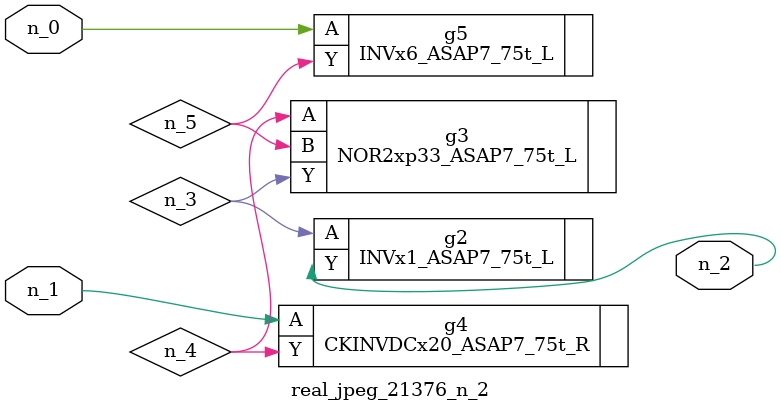
<source format=v>
module real_jpeg_21376_n_2 (n_1, n_0, n_2);

input n_1;
input n_0;

output n_2;

wire n_5;
wire n_4;
wire n_3;

INVx6_ASAP7_75t_L g5 ( 
.A(n_0),
.Y(n_5)
);

CKINVDCx20_ASAP7_75t_R g4 ( 
.A(n_1),
.Y(n_4)
);

INVx1_ASAP7_75t_L g2 ( 
.A(n_3),
.Y(n_2)
);

NOR2xp33_ASAP7_75t_L g3 ( 
.A(n_4),
.B(n_5),
.Y(n_3)
);


endmodule
</source>
